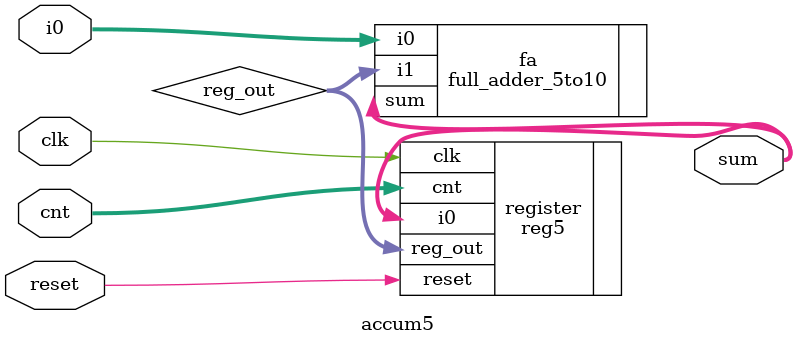
<source format=v>
module accum5(
   // Outputs
   sum,
   // Inputs
   i0, clk, reset,cnt
   );
  input [9:0] i0;
   input      clk, reset;
   input [3:0] cnt;
   output [9:0]	sum;

   wire [9:0]	reg_out;
   wire		co,ci;
   // Beginning of automatic regs (for this module's undeclared outputs)
   wire [9:0]		sum;
   // End of automatics

   full_adder_5to10 fa(
		       // Outputs
		       .sum		(sum[9:0]),
		       // Inputs
		       .i0		(i0[9:0]),
		       .i1		(reg_out[9:0]));
     reg5 register(
		   // Outputs
		   .reg_out		(reg_out[9:0]),
		   // Inputs
		   .i0			(sum[9:0]),
		   .reset		(reset),
		   .clk			(clk),
		   .cnt			(cnt[3:0]));
endmodule // accum5


</source>
